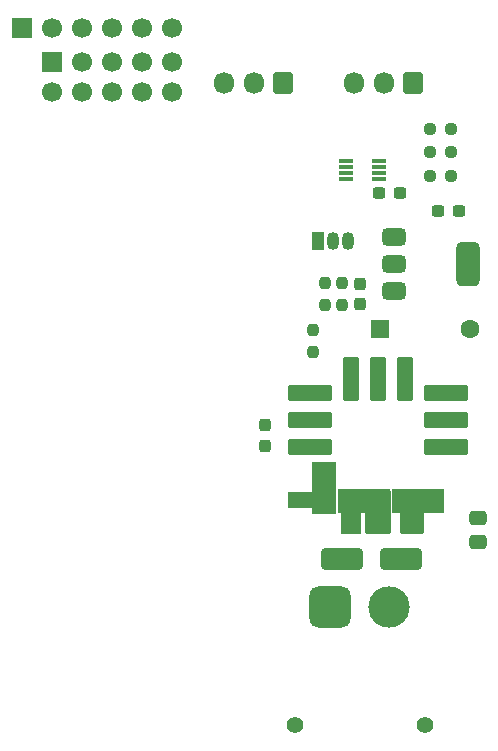
<source format=gbr>
%TF.GenerationSoftware,KiCad,Pcbnew,9.0.2*%
%TF.CreationDate,2025-06-03T21:39:28+09:00*%
%TF.ProjectId,catch25-servo,63617463-6832-4352-9d73-6572766f2e6b,rev?*%
%TF.SameCoordinates,Original*%
%TF.FileFunction,Soldermask,Top*%
%TF.FilePolarity,Negative*%
%FSLAX46Y46*%
G04 Gerber Fmt 4.6, Leading zero omitted, Abs format (unit mm)*
G04 Created by KiCad (PCBNEW 9.0.2) date 2025-06-03 21:39:28*
%MOMM*%
%LPD*%
G01*
G04 APERTURE LIST*
G04 Aperture macros list*
%AMRoundRect*
0 Rectangle with rounded corners*
0 $1 Rounding radius*
0 $2 $3 $4 $5 $6 $7 $8 $9 X,Y pos of 4 corners*
0 Add a 4 corners polygon primitive as box body*
4,1,4,$2,$3,$4,$5,$6,$7,$8,$9,$2,$3,0*
0 Add four circle primitives for the rounded corners*
1,1,$1+$1,$2,$3*
1,1,$1+$1,$4,$5*
1,1,$1+$1,$6,$7*
1,1,$1+$1,$8,$9*
0 Add four rect primitives between the rounded corners*
20,1,$1+$1,$2,$3,$4,$5,0*
20,1,$1+$1,$4,$5,$6,$7,0*
20,1,$1+$1,$6,$7,$8,$9,0*
20,1,$1+$1,$8,$9,$2,$3,0*%
G04 Aperture macros list end*
%ADD10RoundRect,0.237500X-0.237500X0.300000X-0.237500X-0.300000X0.237500X-0.300000X0.237500X0.300000X0*%
%ADD11RoundRect,0.375000X-0.625000X-0.375000X0.625000X-0.375000X0.625000X0.375000X-0.625000X0.375000X0*%
%ADD12RoundRect,0.500000X-0.500000X-1.400000X0.500000X-1.400000X0.500000X1.400000X-0.500000X1.400000X0*%
%ADD13RoundRect,0.250000X-0.475000X0.337500X-0.475000X-0.337500X0.475000X-0.337500X0.475000X0.337500X0*%
%ADD14RoundRect,0.250000X0.600000X0.675000X-0.600000X0.675000X-0.600000X-0.675000X0.600000X-0.675000X0*%
%ADD15O,1.700000X1.850000*%
%ADD16RoundRect,0.102000X1.749750X0.571500X-1.749750X0.571500X-1.749750X-0.571500X1.749750X-0.571500X0*%
%ADD17RoundRect,0.102000X2.095500X0.952500X-2.095500X0.952500X-2.095500X-0.952500X2.095500X-0.952500X0*%
%ADD18C,1.905000*%
%ADD19RoundRect,0.102000X0.892875X1.749750X-0.892875X1.749750X-0.892875X-1.749750X0.892875X-1.749750X0*%
%ADD20RoundRect,0.102000X1.000000X1.749750X-1.000000X1.749750X-1.000000X-1.749750X1.000000X-1.749750X0*%
%ADD21RoundRect,0.102000X0.785750X1.749750X-0.785750X1.749750X-0.785750X-1.749750X0.785750X-1.749750X0*%
%ADD22RoundRect,0.102000X0.952500X2.095500X-0.952500X2.095500X-0.952500X-2.095500X0.952500X-2.095500X0*%
%ADD23RoundRect,0.102000X1.874875X0.571500X-1.874875X0.571500X-1.874875X-0.571500X1.874875X-0.571500X0*%
%ADD24RoundRect,0.102000X0.571500X1.749750X-0.571500X1.749750X-0.571500X-1.749750X0.571500X-1.749750X0*%
%ADD25RoundRect,0.237500X-0.250000X-0.237500X0.250000X-0.237500X0.250000X0.237500X-0.250000X0.237500X0*%
%ADD26R,1.700000X1.700000*%
%ADD27C,1.700000*%
%ADD28RoundRect,0.237500X0.300000X0.237500X-0.300000X0.237500X-0.300000X-0.237500X0.300000X-0.237500X0*%
%ADD29RoundRect,0.237500X0.237500X-0.300000X0.237500X0.300000X-0.237500X0.300000X-0.237500X-0.300000X0*%
%ADD30RoundRect,0.087500X-0.537500X-0.087500X0.537500X-0.087500X0.537500X0.087500X-0.537500X0.087500X0*%
%ADD31RoundRect,0.250000X-0.550000X-0.550000X0.550000X-0.550000X0.550000X0.550000X-0.550000X0.550000X0*%
%ADD32C,1.600000*%
%ADD33RoundRect,0.237500X0.237500X-0.250000X0.237500X0.250000X-0.237500X0.250000X-0.237500X-0.250000X0*%
%ADD34RoundRect,0.237500X-0.300000X-0.237500X0.300000X-0.237500X0.300000X0.237500X-0.300000X0.237500X0*%
%ADD35R,1.050000X1.500000*%
%ADD36O,1.050000X1.500000*%
%ADD37C,1.400000*%
%ADD38RoundRect,0.770000X0.980000X0.980000X-0.980000X0.980000X-0.980000X-0.980000X0.980000X-0.980000X0*%
%ADD39C,3.500000*%
%ADD40RoundRect,0.250000X-1.500000X-0.650000X1.500000X-0.650000X1.500000X0.650000X-1.500000X0.650000X0*%
G04 APERTURE END LIST*
D10*
%TO.C,C3*%
X-11500000Y39137500D03*
X-11500000Y40862500D03*
%TD*%
D11*
%TO.C,U3*%
X-8650000Y44800000D03*
X-8650000Y42500000D03*
D12*
X-2350000Y42500000D03*
D11*
X-8650000Y40200000D03*
%TD*%
D13*
%TO.C,C2*%
X-1500000Y21037500D03*
X-1500000Y18962500D03*
%TD*%
D14*
%TO.C,J1*%
X-18000000Y57855000D03*
D15*
X-20500000Y57855000D03*
X-23000000Y57855000D03*
%TD*%
D16*
%TO.C,MD1*%
X-4249750Y27000000D03*
D17*
X-6571000Y22428000D03*
D18*
X-6600000Y22400000D03*
D19*
X-7107125Y21500000D03*
D20*
X-10000000Y21500000D03*
D18*
X-11000000Y22400000D03*
D17*
X-11143000Y22428000D03*
D21*
X-12285750Y21500000D03*
D22*
X-14572000Y23571000D03*
D18*
X-14600000Y23600000D03*
D23*
X-15625125Y22500000D03*
D16*
X-15750250Y27000000D03*
X-15750250Y31572000D03*
D24*
X-10000000Y32750250D03*
X-7714000Y32750250D03*
D16*
X-4249750Y31572000D03*
X-4249750Y29286000D03*
X-15750250Y29286000D03*
D24*
X-12286000Y32750250D03*
%TD*%
D25*
%TO.C,R7*%
X-5574093Y51967890D03*
X-3749093Y51967890D03*
%TD*%
D26*
%TO.C,J4*%
X-40120000Y62500000D03*
D27*
X-37580000Y62500000D03*
X-35040000Y62500000D03*
X-32500000Y62500000D03*
X-29960000Y62500000D03*
X-27420000Y62500000D03*
%TD*%
D28*
%TO.C,C5*%
X-8137500Y48500000D03*
X-9862500Y48500000D03*
%TD*%
D29*
%TO.C,C1*%
X-19500000Y27137500D03*
X-19500000Y28862500D03*
%TD*%
D30*
%TO.C,U1*%
X-12675000Y51250000D03*
X-12675000Y50750000D03*
X-12675000Y50250000D03*
X-12675000Y49750000D03*
X-9875000Y49750000D03*
X-9875000Y50250000D03*
X-9875000Y50750000D03*
X-9875000Y51250000D03*
%TD*%
D31*
%TO.C,D1*%
X-9810000Y37000000D03*
D32*
X-2190000Y37000000D03*
%TD*%
D25*
%TO.C,R5*%
X-5574093Y49967890D03*
X-3749093Y49967890D03*
%TD*%
D33*
%TO.C,R2*%
X-15500000Y35087500D03*
X-15500000Y36912500D03*
%TD*%
%TO.C,R4*%
X-13000000Y39087500D03*
X-13000000Y40912500D03*
%TD*%
D26*
%TO.C,J3*%
X-37600000Y59625000D03*
D27*
X-37600000Y57085000D03*
X-35060000Y59625000D03*
X-35060000Y57085000D03*
X-32520000Y59625000D03*
X-32520000Y57085000D03*
X-29980000Y59625000D03*
X-29980000Y57085000D03*
X-27440000Y59625000D03*
X-27440000Y57085000D03*
%TD*%
D14*
%TO.C,J2*%
X-7000000Y57855000D03*
D15*
X-9500000Y57855000D03*
X-12000000Y57855000D03*
%TD*%
D34*
%TO.C,C4*%
X-4862500Y47000000D03*
X-3137500Y47000000D03*
%TD*%
D33*
%TO.C,R3*%
X-14500000Y39087500D03*
X-14500000Y40912500D03*
%TD*%
D35*
%TO.C,Q1*%
X-15040000Y44500000D03*
D36*
X-13770000Y44500000D03*
X-12500000Y44500000D03*
%TD*%
D37*
%TO.C,J5*%
X-6000000Y3500000D03*
X-17000000Y3500000D03*
D38*
X-14000000Y13500000D03*
D39*
X-9000000Y13500000D03*
%TD*%
D40*
%TO.C,D2*%
X-13000000Y17500000D03*
X-8000000Y17500000D03*
%TD*%
D25*
%TO.C,R6*%
X-5574093Y53967890D03*
X-3749093Y53967890D03*
%TD*%
M02*

</source>
